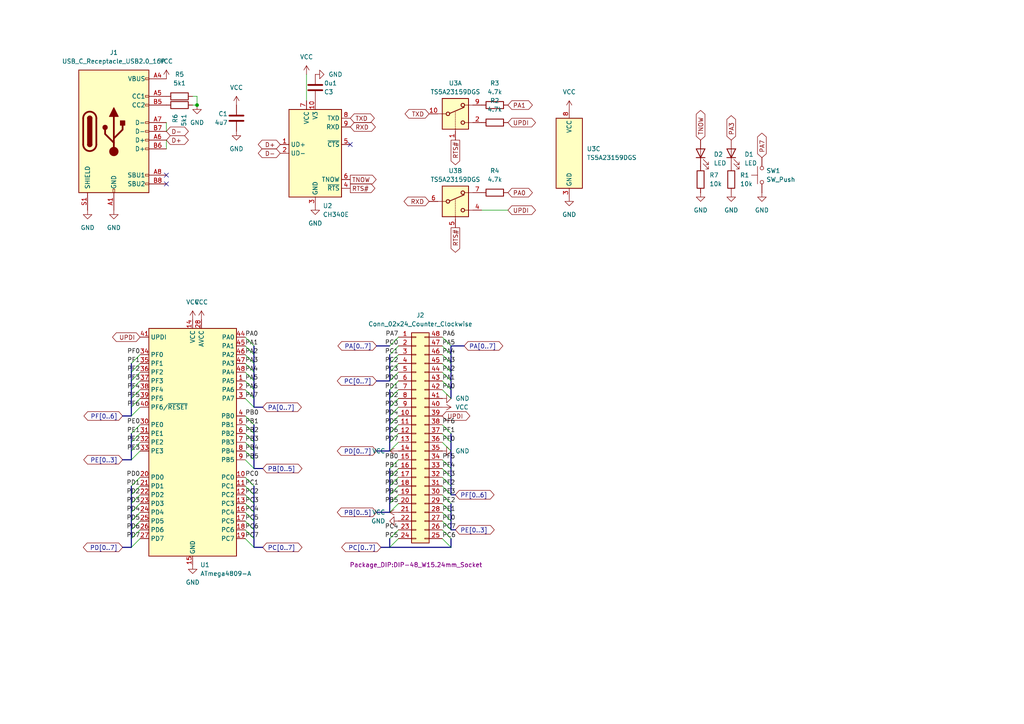
<source format=kicad_sch>
(kicad_sch (version 20231120) (generator "eeschema") (generator_version "8.0")
  (paper "A4")
  (lib_symbols
    (symbol "Analog_Switch:TS5A23159DGS"
      (property "Reference" "U" (at -5.08 8.89 0))
      (property "Value" "TS5A23159DGS" (at -5.08 6.985 0))
      (symbol "TS5A23159DGS_1_1"
        (rectangle (start -3.81 4.445) (end 3.81 -4.445) (stroke (width 0.254)) (fill (type background)))
        (circle (center -2.159 0) (radius 0.508) (stroke (width 0.254)))
        (polyline (pts (xy -5.08 0) (xy -2.794 0)))
        (polyline (pts (xy -1.651 0.127) (xy 2.54 1.905)) (stroke (width 0.254)))
        (polyline (pts (xy 0 -5.08) (xy 0 -4.572)))
        (polyline (pts (xy 0 -4.318) (xy 0 -4.064)))
        (polyline (pts (xy 0 -3.81) (xy 0 -3.556)))
        (polyline (pts (xy 0 -3.302) (xy 0 -3.048)))
        (polyline (pts (xy 0 -2.794) (xy 0 -2.54)))
        (polyline (pts (xy 0 -2.286) (xy 0 -2.032)))
        (polyline (pts (xy 0 -1.778) (xy 0 -1.524)))
        (polyline (pts (xy 0 -1.27) (xy 0 -1.016)))
        (polyline (pts (xy 0 -0.762) (xy 0 -0.508)))
        (polyline (pts (xy 0 -0.254) (xy 0 0)))
        (polyline (pts (xy 0 0.254) (xy 0 0.508)))
        (polyline (pts (xy 5.08 -2.54) (xy 2.794 -2.54)))
        (polyline (pts (xy 5.08 2.54) (xy 2.794 2.54)))
        (circle (center 2.159 -2.54) (radius 0.508) (stroke (width 0.254)))
        (circle (center 2.159 2.54) (radius 0.508) (stroke (width 0.254)))
        (pin input line (at 0 -7.62 90) (length 2.54) (name "~") (number "1"))
        (pin passive line (at -7.62 0 0) (length 2.54) (name "~") (number "10"))
        (pin passive line (at 7.62 -2.54 180) (length 2.54) (name "~") (number "2"))
        (pin passive line (at 7.62 2.54 180) (length 2.54) (name "~") (number "9"))
      )
      (symbol "TS5A23159DGS_2_1"
        (rectangle (start -3.81 4.445) (end 3.81 -4.445) (stroke (width 0.254)) (fill (type background)))
        (circle (center -2.159 0) (radius 0.508) (stroke (width 0.254)))
        (polyline (pts (xy -5.08 0) (xy -2.794 0)))
        (polyline (pts (xy -1.651 0.127) (xy 2.54 1.905)) (stroke (width 0.254)))
        (polyline (pts (xy 0 -5.08) (xy 0 -4.572)))
        (polyline (pts (xy 0 -4.318) (xy 0 -4.064)))
        (polyline (pts (xy 0 -3.81) (xy 0 -3.556)))
        (polyline (pts (xy 0 -3.302) (xy 0 -3.048)))
        (polyline (pts (xy 0 -2.794) (xy 0 -2.54)))
        (polyline (pts (xy 0 -2.286) (xy 0 -2.032)))
        (polyline (pts (xy 0 -1.778) (xy 0 -1.524)))
        (polyline (pts (xy 0 -1.27) (xy 0 -1.016)))
        (polyline (pts (xy 0 -0.762) (xy 0 -0.508)))
        (polyline (pts (xy 0 -0.254) (xy 0 0)))
        (polyline (pts (xy 0 0.254) (xy 0 0.508)))
        (polyline (pts (xy 5.08 -2.54) (xy 2.794 -2.54)))
        (polyline (pts (xy 5.08 2.54) (xy 2.794 2.54)))
        (circle (center 2.159 -2.54) (radius 0.508) (stroke (width 0.254)))
        (circle (center 2.159 2.54) (radius 0.508) (stroke (width 0.254)))
        (pin passive line (at 7.62 -2.54 180) (length 2.54) (name "~") (number "4"))
        (pin input line (at 0 -7.62 90) (length 2.54) (name "~") (number "5"))
        (pin passive line (at -7.62 0 0) (length 2.54) (name "~") (number "6"))
        (pin passive line (at 7.62 2.54 180) (length 2.54) (name "~") (number "7"))
      )
      (symbol "TS5A23159DGS_3_1"
        (rectangle (start -3.81 10.16) (end 3.81 -10.16) (stroke (width 0.254)) (fill (type background)))
        (pin power_in line (at 0 -12.7 90) (length 2.54) (name "GND") (number "3"))
        (pin power_in line (at 0 12.7 270) (length 2.54) (name "VCC") (number "8"))
      )
    )
    (symbol "Connector:USB_C_Receptacle_USB2.0_16P" (pin_names (offset 1.016))
      (property "Reference" "J" (at 0 22.225 0))
      (property "Value" "USB_C_Receptacle_USB2.0_16P" (at 0 19.685 0))
      (symbol "USB_C_Receptacle_USB2.0_16P_0_0"
        (rectangle (start -0.254 -17.78) (end 0.254 -16.764))
        (rectangle (start 10.16 -14.986) (end 9.144 -15.494))
        (rectangle (start 10.16 -12.446) (end 9.144 -12.954))
        (rectangle (start 10.16 -4.826) (end 9.144 -5.334))
        (rectangle (start 10.16 -2.286) (end 9.144 -2.794))
        (rectangle (start 10.16 0.254) (end 9.144 -0.254))
        (rectangle (start 10.16 2.794) (end 9.144 2.286))
        (rectangle (start 10.16 7.874) (end 9.144 7.366))
        (rectangle (start 10.16 10.414) (end 9.144 9.906))
        (rectangle (start 10.16 15.494) (end 9.144 14.986))
      )
      (symbol "USB_C_Receptacle_USB2.0_16P_0_1"
        (rectangle (start -10.16 17.78) (end 10.16 -17.78) (stroke (width 0.254)) (fill (type background)))
        (arc (start -8.89 -3.81) (mid -6.985 -5.7067) (end -5.08 -3.81) (stroke (width 0.508)))
        (arc (start -7.62 -3.81) (mid -6.985 -4.4423) (end -6.35 -3.81) (stroke (width 0.254)))
        (arc (start -7.62 -3.81) (mid -6.985 -4.4423) (end -6.35 -3.81) (stroke (width 0.254)) (fill (type outline)))
        (rectangle (start -7.62 -3.81) (end -6.35 3.81) (stroke (width 0.254)) (fill (type outline)))
        (arc (start -6.35 3.81) (mid -6.985 4.4423) (end -7.62 3.81) (stroke (width 0.254)))
        (arc (start -6.35 3.81) (mid -6.985 4.4423) (end -7.62 3.81) (stroke (width 0.254)) (fill (type outline)))
        (arc (start -5.08 3.81) (mid -6.985 5.7067) (end -8.89 3.81) (stroke (width 0.508)))
        (circle (center -2.54 1.143) (radius 0.635) (stroke (width 0.254)) (fill (type outline)))
        (circle (center 0 -5.842) (radius 1.27) (fill (type outline)))
        (polyline (pts (xy -8.89 -3.81) (xy -8.89 3.81)) (stroke (width 0.508)))
        (polyline (pts (xy -5.08 3.81) (xy -5.08 -3.81)) (stroke (width 0.508)))
        (polyline (pts (xy 0 -5.842) (xy 0 4.318)) (stroke (width 0.508)))
        (polyline (pts (xy 0 -3.302) (xy -2.54 -0.762) (xy -2.54 0.508)) (stroke (width 0.508)))
        (polyline (pts (xy 0 -2.032) (xy 2.54 0.508) (xy 2.54 1.778)) (stroke (width 0.508)))
        (polyline (pts (xy -1.27 4.318) (xy 0 6.858) (xy 1.27 4.318) (xy -1.27 4.318)) (stroke (width 0.254)) (fill (type outline)))
        (rectangle (start 1.905 1.778) (end 3.175 3.048) (stroke (width 0.254)) (fill (type outline)))
      )
      (symbol "USB_C_Receptacle_USB2.0_16P_1_1"
        (pin passive line (at 0 -22.86 90) (length 5.08) (name "GND") (number "A1"))
        (pin passive line (at 0 -22.86 90) (length 5.08) hide (name "GND") (number "A12"))
        (pin passive line (at 15.24 15.24 180) (length 5.08) (name "VBUS") (number "A4"))
        (pin bidirectional line (at 15.24 10.16 180) (length 5.08) (name "CC1") (number "A5"))
        (pin bidirectional line (at 15.24 -2.54 180) (length 5.08) (name "D+") (number "A6"))
        (pin bidirectional line (at 15.24 2.54 180) (length 5.08) (name "D-") (number "A7"))
        (pin bidirectional line (at 15.24 -12.7 180) (length 5.08) (name "SBU1") (number "A8"))
        (pin passive line (at 15.24 15.24 180) (length 5.08) hide (name "VBUS") (number "A9"))
        (pin passive line (at 0 -22.86 90) (length 5.08) hide (name "GND") (number "B1"))
        (pin passive line (at 0 -22.86 90) (length 5.08) hide (name "GND") (number "B12"))
        (pin passive line (at 15.24 15.24 180) (length 5.08) hide (name "VBUS") (number "B4"))
        (pin bidirectional line (at 15.24 7.62 180) (length 5.08) (name "CC2") (number "B5"))
        (pin bidirectional line (at 15.24 -5.08 180) (length 5.08) (name "D+") (number "B6"))
        (pin bidirectional line (at 15.24 0 180) (length 5.08) (name "D-") (number "B7"))
        (pin bidirectional line (at 15.24 -15.24 180) (length 5.08) (name "SBU2") (number "B8"))
        (pin passive line (at 15.24 15.24 180) (length 5.08) hide (name "VBUS") (number "B9"))
        (pin passive line (at -7.62 -22.86 90) (length 5.08) (name "SHIELD") (number "S1"))
      )
    )
    (symbol "Connector_Generic:Conn_02x24_Counter_Clockwise" (pin_names (offset 1.016) hide)
      (property "Reference" "J" (at 1.27 30.48 0))
      (property "Value" "Conn_02x24_Counter_Clockwise" (at 1.27 -33.02 0))
      (symbol "Conn_02x24_Counter_Clockwise_1_1"
        (rectangle (start -1.27 -30.353) (end 0 -30.607) (stroke (width 0.1524)))
        (rectangle (start -1.27 -27.813) (end 0 -28.067) (stroke (width 0.1524)))
        (rectangle (start -1.27 -25.273) (end 0 -25.527) (stroke (width 0.1524)))
        (rectangle (start -1.27 -22.733) (end 0 -22.987) (stroke (width 0.1524)))
        (rectangle (start -1.27 -20.193) (end 0 -20.447) (stroke (width 0.1524)))
        (rectangle (start -1.27 -17.653) (end 0 -17.907) (stroke (width 0.1524)))
        (rectangle (start -1.27 -15.113) (end 0 -15.367) (stroke (width 0.1524)))
        (rectangle (start -1.27 -12.573) (end 0 -12.827) (stroke (width 0.1524)))
        (rectangle (start -1.27 -10.033) (end 0 -10.287) (stroke (width 0.1524)))
        (rectangle (start -1.27 -7.493) (end 0 -7.747) (stroke (width 0.1524)))
        (rectangle (start -1.27 -4.953) (end 0 -5.207) (stroke (width 0.1524)))
        (rectangle (start -1.27 -2.413) (end 0 -2.667) (stroke (width 0.1524)))
        (rectangle (start -1.27 0.127) (end 0 -0.127) (stroke (width 0.1524)))
        (rectangle (start -1.27 2.667) (end 0 2.413) (stroke (width 0.1524)))
        (rectangle (start -1.27 5.207) (end 0 4.953) (stroke (width 0.1524)))
        (rectangle (start -1.27 7.747) (end 0 7.493) (stroke (width 0.1524)))
        (rectangle (start -1.27 10.287) (end 0 10.033) (stroke (width 0.1524)))
        (rectangle (start -1.27 12.827) (end 0 12.573) (stroke (width 0.1524)))
        (rectangle (start -1.27 15.367) (end 0 15.113) (stroke (width 0.1524)))
        (rectangle (start -1.27 17.907) (end 0 17.653) (stroke (width 0.1524)))
        (rectangle (start -1.27 20.447) (end 0 20.193) (stroke (width 0.1524)))
        (rectangle (start -1.27 22.987) (end 0 22.733) (stroke (width 0.1524)))
        (rectangle (start -1.27 25.527) (end 0 25.273) (stroke (width 0.1524)))
        (rectangle (start -1.27 28.067) (end 0 27.813) (stroke (width 0.1524)))
        (rectangle (start -1.27 29.21) (end 3.81 -31.75) (stroke (width 0.254)) (fill (type background)))
        (rectangle (start 3.81 -30.353) (end 2.54 -30.607) (stroke (width 0.1524)))
        (rectangle (start 3.81 -27.813) (end 2.54 -28.067) (stroke (width 0.1524)))
        (rectangle (start 3.81 -25.273) (end 2.54 -25.527) (stroke (width 0.1524)))
        (rectangle (start 3.81 -22.733) (end 2.54 -22.987) (stroke (width 0.1524)))
        (rectangle (start 3.81 -20.193) (end 2.54 -20.447) (stroke (width 0.1524)))
        (rectangle (start 3.81 -17.653) (end 2.54 -17.907) (stroke (width 0.1524)))
        (rectangle (start 3.81 -15.113) (end 2.54 -15.367) (stroke (width 0.1524)))
        (rectangle (start 3.81 -12.573) (end 2.54 -12.827) (stroke (width 0.1524)))
        (rectangle (start 3.81 -10.033) (end 2.54 -10.287) (stroke (width 0.1524)))
        (rectangle (start 3.81 -7.493) (end 2.54 -7.747) (stroke (width 0.1524)))
        (rectangle (start 3.81 -4.953) (end 2.54 -5.207) (stroke (width 0.1524)))
        (rectangle (start 3.81 -2.413) (end 2.54 -2.667) (stroke (width 0.1524)))
        (rectangle (start 3.81 0.127) (end 2.54 -0.127) (stroke (width 0.1524)))
        (rectangle (start 3.81 2.667) (end 2.54 2.413) (stroke (width 0.1524)))
        (rectangle (start 3.81 5.207) (end 2.54 4.953) (stroke (width 0.1524)))
        (rectangle (start 3.81 7.747) (end 2.54 7.493) (stroke (width 0.1524)))
        (rectangle (start 3.81 10.287) (end 2.54 10.033) (stroke (width 0.1524)))
        (rectangle (start 3.81 12.827) (end 2.54 12.573) (stroke (width 0.1524)))
        (rectangle (start 3.81 15.367) (end 2.54 15.113) (stroke (width 0.1524)))
        (rectangle (start 3.81 17.907) (end 2.54 17.653) (stroke (width 0.1524)))
        (rectangle (start 3.81 20.447) (end 2.54 20.193) (stroke (width 0.1524)))
        (rectangle (start 3.81 22.987) (end 2.54 22.733) (stroke (width 0.1524)))
        (rectangle (start 3.81 25.527) (end 2.54 25.273) (stroke (width 0.1524)))
        (rectangle (start 3.81 28.067) (end 2.54 27.813) (stroke (width 0.1524)))
        (pin passive line (at -5.08 27.94 0) (length 3.81) (name "Pin_1") (number "1"))
        (pin passive line (at -5.08 5.08 0) (length 3.81) (name "Pin_10") (number "10"))
        (pin passive line (at -5.08 2.54 0) (length 3.81) (name "Pin_11") (number "11"))
        (pin passive line (at -5.08 0 0) (length 3.81) (name "Pin_12") (number "12"))
        (pin passive line (at -5.08 -2.54 0) (length 3.81) (name "Pin_13") (number "13"))
        (pin passive line (at -5.08 -5.08 0) (length 3.81) (name "Pin_14") (number "14"))
        (pin passive line (at -5.08 -7.62 0) (length 3.81) (name "Pin_15") (number "15"))
        (pin passive line (at -5.08 -10.16 0) (length 3.81) (name "Pin_16") (number "16"))
        (pin passive line (at -5.08 -12.7 0) (length 3.81) (name "Pin_17") (number "17"))
        (pin passive line (at -5.08 -15.24 0) (length 3.81) (name "Pin_18") (number "18"))
        (pin passive line (at -5.08 -17.78 0) (length 3.81) (name "Pin_19") (number "19"))
        (pin passive line (at -5.08 25.4 0) (length 3.81) (name "Pin_2") (number "2"))
        (pin passive line (at -5.08 -20.32 0) (length 3.81) (name "Pin_20") (number "20"))
        (pin passive line (at -5.08 -22.86 0) (length 3.81) (name "Pin_21") (number "21"))
        (pin passive line (at -5.08 -25.4 0) (length 3.81) (name "Pin_22") (number "22"))
        (pin passive line (at -5.08 -27.94 0) (length 3.81) (name "Pin_23") (number "23"))
        (pin passive line (at -5.08 -30.48 0) (length 3.81) (name "Pin_24") (number "24"))
        (pin passive line (at 7.62 -30.48 180) (length 3.81) (name "Pin_25") (number "25"))
        (pin passive line (at 7.62 -27.94 180) (length 3.81) (name "Pin_26") (number "26"))
        (pin passive line (at 7.62 -25.4 180) (length 3.81) (name "Pin_27") (number "27"))
        (pin passive line (at 7.62 -22.86 180) (length 3.81) (name "Pin_28") (number "28"))
        (pin passive line (at 7.62 -20.32 180) (length 3.81) (name "Pin_29") (number "29"))
        (pin passive line (at -5.08 22.86 0) (length 3.81) (name "Pin_3") (number "3"))
        (pin passive line (at 7.62 -17.78 180) (length 3.81) (name "Pin_30") (number "30"))
        (pin passive line (at 7.62 -15.24 180) (length 3.81) (name "Pin_31") (number "31"))
        (pin passive line (at 7.62 -12.7 180) (length 3.81) (name "Pin_32") (number "32"))
        (pin passive line (at 7.62 -10.16 180) (length 3.81) (name "Pin_33") (number "33"))
        (pin passive line (at 7.62 -7.62 180) (length 3.81) (name "Pin_34") (number "34"))
        (pin passive line (at 7.62 -5.08 180) (length 3.81) (name "Pin_35") (number "35"))
        (pin passive line (at 7.62 -2.54 180) (length 3.81) (name "Pin_36") (number "36"))
        (pin passive line (at 7.62 0 180) (length 3.81) (name "Pin_37") (number "37"))
        (pin passive line (at 7.62 2.54 180) (length 3.81) (name "Pin_38") (number "38"))
        (pin passive line (at 7.62 5.08 180) (length 3.81) (name "Pin_39") (number "39"))
        (pin passive line (at -5.08 20.32 0) (length 3.81) (name "Pin_4") (number "4"))
        (pin passive line (at 7.62 7.62 180) (length 3.81) (name "Pin_40") (number "40"))
        (pin passive line (at 7.62 10.16 180) (length 3.81) (name "Pin_41") (number "41"))
        (pin passive line (at 7.62 12.7 180) (length 3.81) (name "Pin_42") (number "42"))
        (pin passive line (at 7.62 15.24 180) (length 3.81) (name "Pin_43") (number "43"))
        (pin passive line (at 7.62 17.78 180) (length 3.81) (name "Pin_44") (number "44"))
        (pin passive line (at 7.62 20.32 180) (length 3.81) (name "Pin_45") (number "45"))
        (pin passive line (at 7.62 22.86 180) (length 3.81) (name "Pin_46") (number "46"))
        (pin passive line (at 7.62 25.4 180) (length 3.81) (name "Pin_47") (number "47"))
        (pin passive line (at 7.62 27.94 180) (length 3.81) (name "Pin_48") (number "48"))
        (pin passive line (at -5.08 17.78 0) (length 3.81) (name "Pin_5") (number "5"))
        (pin passive line (at -5.08 15.24 0) (length 3.81) (name "Pin_6") (number "6"))
        (pin passive line (at -5.08 12.7 0) (length 3.81) (name "Pin_7") (number "7"))
        (pin passive line (at -5.08 10.16 0) (length 3.81) (name "Pin_8") (number "8"))
        (pin passive line (at -5.08 7.62 0) (length 3.81) (name "Pin_9") (number "9"))
      )
    )
    (symbol "Device:C" (pin_numbers hide) (pin_names (offset 0.254))
      (property "Reference" "C" (at 0.635 2.54 0))
      (property "Value" "C" (at 0.635 -2.54 0))
      (symbol "C_0_1"
        (polyline (pts (xy -2.032 -0.762) (xy 2.032 -0.762)) (stroke (width 0.508)))
        (polyline (pts (xy -2.032 0.762) (xy 2.032 0.762)) (stroke (width 0.508)))
      )
      (symbol "C_1_1"
        (pin passive line (at 0 3.81 270) (length 2.794) (name "~") (number "1"))
        (pin passive line (at 0 -3.81 90) (length 2.794) (name "~") (number "2"))
      )
    )
    (symbol "Device:LED" (pin_numbers hide) (pin_names (offset 1.016) hide)
      (property "Reference" "D" (at 0 2.54 0))
      (property "Value" "LED" (at 0 -2.54 0))
      (symbol "LED_0_1"
        (polyline (pts (xy -1.27 -1.27) (xy -1.27 1.27)) (stroke (width 0.254)))
        (polyline (pts (xy -1.27 0) (xy 1.27 0)))
        (polyline (pts (xy 1.27 -1.27) (xy 1.27 1.27) (xy -1.27 0) (xy 1.27 -1.27)) (stroke (width 0.254)))
        (polyline (pts (xy -3.048 -0.762) (xy -4.572 -2.286) (xy -3.81 -2.286) (xy -4.572 -2.286) (xy -4.572 -1.524)))
        (polyline (pts (xy -1.778 -0.762) (xy -3.302 -2.286) (xy -2.54 -2.286) (xy -3.302 -2.286) (xy -3.302 -1.524)))
      )
      (symbol "LED_1_1"
        (pin passive line (at -3.81 0 0) (length 2.54) (name "K") (number "1"))
        (pin passive line (at 3.81 0 180) (length 2.54) (name "A") (number "2"))
      )
    )
    (symbol "Device:R" (pin_numbers hide) (pin_names (offset 0))
      (property "Reference" "R" (at 2.032 0 90))
      (property "Value" "R" (at 0 0 90))
      (symbol "R_0_1"
        (rectangle (start -1.016 -2.54) (end 1.016 2.54) (stroke (width 0.254)))
      )
      (symbol "R_1_1"
        (pin passive line (at 0 3.81 270) (length 1.27) (name "~") (number "1"))
        (pin passive line (at 0 -3.81 90) (length 1.27) (name "~") (number "2"))
      )
    )
    (symbol "GND_1" (power) (pin_numbers hide) (pin_names (offset 0) hide)
      (property "Value" "GND" (at 0 -3.81 0))
      (symbol "GND_1_0_1"
        (polyline (pts (xy 0 0) (xy 0 -1.27) (xy 1.27 -1.27) (xy 0 -2.54) (xy -1.27 -1.27) (xy 0 -1.27)))
      )
      (symbol "GND_1_1_1"
        (pin power_in line (at 0 0 270) (length 0) (name "~") (number "1"))
      )
    )
    (symbol "Interface_USB:CH340E"
      (property "Reference" "U" (at -5.08 13.97 0))
      (property "Value" "CH340E" (at 1.27 13.97 0))
      (symbol "CH340E_0_1"
        (rectangle (start -7.62 12.7) (end 7.62 -12.7) (stroke (width 0.254)) (fill (type background)))
      )
      (symbol "CH340E_1_1"
        (pin bidirectional line (at -10.16 2.54 0) (length 2.54) (name "UD+") (number "1"))
        (pin power_out line (at 0 15.24 270) (length 2.54) (name "V3") (number "10"))
        (pin bidirectional line (at -10.16 0 0) (length 2.54) (name "UD-") (number "2"))
        (pin power_in line (at 0 -15.24 90) (length 2.54) (name "GND") (number "3"))
        (pin output line (at 10.16 -10.16 180) (length 2.54) (name "~{RTS}") (number "4"))
        (pin input line (at 10.16 2.54 180) (length 2.54) (name "~{CTS}") (number "5"))
        (pin output line (at 10.16 -7.62 180) (length 2.54) (name "TNOW") (number "6"))
        (pin power_in line (at -2.54 15.24 270) (length 2.54) (name "VCC") (number "7"))
        (pin output line (at 10.16 10.16 180) (length 2.54) (name "TXD") (number "8"))
        (pin input line (at 10.16 7.62 180) (length 2.54) (name "RXD") (number "9"))
      )
    )
    (symbol "MCU_Microchip_ATmega:ATmega4809-A"
      (property "Reference" "U" (at -12.7 34.29 0))
      (property "Value" "ATmega4809-A" (at 2.54 -34.29 0))
      (symbol "ATmega4809-A_0_1"
        (rectangle (start -12.7 -33.02) (end 12.7 33.02) (stroke (width 0.254)) (fill (type background)))
      )
      (symbol "ATmega4809-A_1_1"
        (pin bidirectional line (at 15.24 17.78 180) (length 2.54) (name "PA5") (number "1"))
        (pin bidirectional line (at 15.24 -10.16 180) (length 2.54) (name "PC0") (number "10"))
        (pin bidirectional line (at 15.24 -12.7 180) (length 2.54) (name "PC1") (number "11"))
        (pin bidirectional line (at 15.24 -15.24 180) (length 2.54) (name "PC2") (number "12"))
        (pin bidirectional line (at 15.24 -17.78 180) (length 2.54) (name "PC3") (number "13"))
        (pin power_in line (at 0 35.56 270) (length 2.54) (name "VCC") (number "14"))
        (pin power_in line (at 0 -35.56 90) (length 2.54) (name "GND") (number "15"))
        (pin bidirectional line (at 15.24 -20.32 180) (length 2.54) (name "PC4") (number "16"))
        (pin bidirectional line (at 15.24 -22.86 180) (length 2.54) (name "PC5") (number "17"))
        (pin bidirectional line (at 15.24 -25.4 180) (length 2.54) (name "PC6") (number "18"))
        (pin bidirectional line (at 15.24 -27.94 180) (length 2.54) (name "PC7") (number "19"))
        (pin bidirectional line (at 15.24 15.24 180) (length 2.54) (name "PA6") (number "2"))
        (pin bidirectional line (at -15.24 -10.16 0) (length 2.54) (name "PD0") (number "20"))
        (pin bidirectional line (at -15.24 -12.7 0) (length 2.54) (name "PD1") (number "21"))
        (pin bidirectional line (at -15.24 -15.24 0) (length 2.54) (name "PD2") (number "22"))
        (pin bidirectional line (at -15.24 -17.78 0) (length 2.54) (name "PD3") (number "23"))
        (pin bidirectional line (at -15.24 -20.32 0) (length 2.54) (name "PD4") (number "24"))
        (pin bidirectional line (at -15.24 -22.86 0) (length 2.54) (name "PD5") (number "25"))
        (pin bidirectional line (at -15.24 -25.4 0) (length 2.54) (name "PD6") (number "26"))
        (pin bidirectional line (at -15.24 -27.94 0) (length 2.54) (name "PD7") (number "27"))
        (pin power_in line (at 2.54 35.56 270) (length 2.54) (name "AVCC") (number "28"))
        (pin passive line (at 0 -35.56 90) (length 2.54) hide (name "GND") (number "29"))
        (pin bidirectional line (at 15.24 12.7 180) (length 2.54) (name "PA7") (number "3"))
        (pin bidirectional line (at -15.24 5.08 0) (length 2.54) (name "PE0") (number "30"))
        (pin bidirectional line (at -15.24 2.54 0) (length 2.54) (name "PE1") (number "31"))
        (pin bidirectional line (at -15.24 0 0) (length 2.54) (name "PE2") (number "32"))
        (pin bidirectional line (at -15.24 -2.54 0) (length 2.54) (name "PE3") (number "33"))
        (pin bidirectional line (at -15.24 25.4 0) (length 2.54) (name "PF0") (number "34"))
        (pin bidirectional line (at -15.24 22.86 0) (length 2.54) (name "PF1") (number "35"))
        (pin bidirectional line (at -15.24 20.32 0) (length 2.54) (name "PF2") (number "36"))
        (pin bidirectional line (at -15.24 17.78 0) (length 2.54) (name "PF3") (number "37"))
        (pin bidirectional line (at -15.24 15.24 0) (length 2.54) (name "PF4") (number "38"))
        (pin bidirectional line (at -15.24 12.7 0) (length 2.54) (name "PF5") (number "39"))
        (pin bidirectional line (at 15.24 7.62 180) (length 2.54) (name "PB0") (number "4"))
        (pin bidirectional line (at -15.24 10.16 0) (length 2.54) (name "PF6/~{RESET}") (number "40"))
        (pin bidirectional line (at -15.24 30.48 0) (length 2.54) (name "UPDI") (number "41"))
        (pin passive line (at 0 35.56 270) (length 2.54) hide (name "VCC") (number "42"))
        (pin passive line (at 0 -35.56 90) (length 2.54) hide (name "GND") (number "43"))
        (pin bidirectional line (at 15.24 30.48 180) (length 2.54) (name "PA0") (number "44"))
        (pin bidirectional line (at 15.24 27.94 180) (length 2.54) (name "PA1") (number "45"))
        (pin bidirectional line (at 15.24 25.4 180) (length 2.54) (name "PA2") (number "46"))
        (pin bidirectional line (at 15.24 22.86 180) (length 2.54) (name "PA3") (number "47"))
        (pin bidirectional line (at 15.24 20.32 180) (length 2.54) (name "PA4") (number "48"))
        (pin bidirectional line (at 15.24 5.08 180) (length 2.54) (name "PB1") (number "5"))
        (pin bidirectional line (at 15.24 2.54 180) (length 2.54) (name "PB2") (number "6"))
        (pin bidirectional line (at 15.24 0 180) (length 2.54) (name "PB3") (number "7"))
        (pin bidirectional line (at 15.24 -2.54 180) (length 2.54) (name "PB4") (number "8"))
        (pin bidirectional line (at 15.24 -5.08 180) (length 2.54) (name "PB5") (number "9"))
      )
    )
    (symbol "Switch:SW_Push" (pin_numbers hide) (pin_names (offset 1.016) hide)
      (property "Reference" "SW" (at 1.27 2.54 0))
      (property "Value" "SW_Push" (at 0 -1.524 0))
      (symbol "SW_Push_0_1"
        (circle (center -2.032 0) (radius 0.508))
        (polyline (pts (xy 0 1.27) (xy 0 3.048)))
        (polyline (pts (xy 2.54 1.27) (xy -2.54 1.27)))
        (circle (center 2.032 0) (radius 0.508))
        (pin passive line (at -5.08 0 0) (length 2.54) (name "1") (number "1"))
        (pin passive line (at 5.08 0 180) (length 2.54) (name "2") (number "2"))
      )
    )
    (symbol "power:GND" (power) (pin_names (offset 0))
      (property "Value" "GND" (at 0 -3.81 0))
      (symbol "GND_0_1"
        (polyline (pts (xy 0 0) (xy 0 -1.27) (xy 1.27 -1.27) (xy 0 -2.54) (xy -1.27 -1.27) (xy 0 -1.27)))
      )
      (symbol "GND_1_1"
        (pin power_in line (at 0 0 270) (length 0) hide (name "GND") (number "1"))
      )
    )
    (symbol "power:VCC" (power) (pin_names (offset 0))
      (property "Value" "VCC" (at 0 3.81 0))
      (symbol "VCC_0_1"
        (polyline (pts (xy -0.762 1.27) (xy 0 2.54)))
        (polyline (pts (xy 0 0) (xy 0 2.54)))
        (polyline (pts (xy 0 2.54) (xy 0.762 1.27)))
      )
      (symbol "VCC_1_1"
        (pin power_in line (at 0 0 90) (length 0) hide (name "VCC") (number "1"))
      )
    )
  )
  (junction (at 57.15 30.48))
  (no_connect (at 48.26 50.8))
  (no_connect (at 101.6 41.91))
  (no_connect (at 48.26 53.34))
  (bus_entry (at 40.64 102.87) (size -2.54 2.54))
  (bus_entry (at 40.64 125.73) (size -2.54 2.54))
  (bus_entry (at 40.64 105.41) (size -2.54 2.54))
  (bus_entry (at 40.64 123.19) (size -2.54 2.54))
  (bus_entry (at 73.66 135.89) (size -2.54 -2.54))
  (bus_entry (at 40.64 118.11) (size -2.54 2.54))
  (bus_entry (at 128.27 135.89) (size 2.54 2.54))
  (bus_entry (at 128.27 100.33) (size 2.54 2.54))
  (bus_entry (at 113.03 125.73) (size 2.54 -2.54))
  (bus_entry (at 71.12 156.21) (size 2.54 2.54))
  (bus_entry (at 71.12 151.13) (size 2.54 2.54))
  (bus_entry (at 128.27 148.59) (size 2.54 2.54))
  (bus_entry (at 40.64 140.97) (size -2.54 2.54))
  (bus_entry (at 128.27 146.05) (size 2.54 2.54))
  (bus_entry (at 113.03 110.49) (size 2.54 -2.54))
  (bus_entry (at 40.64 148.59) (size -2.54 2.54))
  (bus_entry (at 71.12 100.33) (size 2.54 2.54))
  (bus_entry (at 115.57 146.05) (size -2.54 2.54))
  (bus_entry (at 113.03 120.65) (size 2.54 -2.54))
  (bus_entry (at 113.03 115.57) (size 2.54 -2.54))
  (bus_entry (at 115.57 140.97) (size -2.54 2.54))
  (bus_entry (at 40.64 128.27) (size -2.54 2.54))
  (bus_entry (at 40.64 151.13) (size -2.54 2.54))
  (bus_entry (at 73.66 130.81) (size -2.54 -2.54))
  (bus_entry (at 113.03 113.03) (size 2.54 -2.54))
  (bus_entry (at 71.12 138.43) (size 2.54 2.54))
  (bus_entry (at 71.12 105.41) (size 2.54 2.54))
  (bus_entry (at 113.03 128.27) (size 2.54 -2.54))
  (bus_entry (at 113.03 107.95) (size 2.54 -2.54))
  (bus_entry (at 128.27 125.73) (size 2.54 2.54))
  (bus_entry (at 128.27 128.27) (size 2.54 2.54))
  (bus_entry (at 128.27 107.95) (size 2.54 2.54))
  (bus_entry (at 128.27 133.35) (size 2.54 2.54))
  (bus_entry (at 128.27 105.41) (size 2.54 2.54))
  (bus_entry (at 71.12 115.57) (size 2.54 2.54))
  (bus_entry (at 115.57 138.43) (size -2.54 2.54))
  (bus_entry (at 128.27 153.67) (size 2.54 2.54))
  (bus_entry (at 40.64 138.43) (size -2.54 2.54))
  (bus_entry (at 40.64 107.95) (size -2.54 2.54))
  (bus_entry (at 73.66 123.19) (size -2.54 -2.54))
  (bus_entry (at 40.64 115.57) (size -2.54 2.54))
  (bus_entry (at 128.27 151.13) (size 2.54 2.54))
  (bus_entry (at 115.57 135.89) (size -2.54 2.54))
  (bus_entry (at 71.12 97.79) (size 2.54 2.54))
  (bus_entry (at 40.64 153.67) (size -2.54 2.54))
  (bus_entry (at 128.27 102.87) (size 2.54 2.54))
  (bus_entry (at 113.03 105.41) (size 2.54 -2.54))
  (bus_entry (at 128.27 110.49) (size 2.54 2.54))
  (bus_entry (at 73.66 128.27) (size -2.54 -2.54))
  (bus_entry (at 128.27 143.51) (size 2.54 2.54))
  (bus_entry (at 71.12 153.67) (size 2.54 2.54))
  (bus_entry (at 73.66 125.73) (size -2.54 -2.54))
  (bus_entry (at 40.64 143.51) (size -2.54 2.54))
  (bus_entry (at 113.03 123.19) (size 2.54 -2.54))
  (bus_entry (at 115.57 153.67) (size -2.54 2.54))
  (bus_entry (at 40.64 156.21) (size -2.54 2.54))
  (bus_entry (at 113.03 130.81) (size 2.54 -2.54))
  (bus_entry (at 71.12 140.97) (size 2.54 2.54))
  (bus_entry (at 115.57 133.35) (size -2.54 2.54))
  (bus_entry (at 115.57 156.21) (size -2.54 2.54))
  (bus_entry (at 73.66 133.35) (size -2.54 -2.54))
  (bus_entry (at 71.12 110.49) (size 2.54 2.54))
  (bus_entry (at 113.03 102.87) (size 2.54 -2.54))
  (bus_entry (at 40.64 113.03) (size -2.54 2.54))
  (bus_entry (at 71.12 148.59) (size 2.54 2.54))
  (bus_entry (at 115.57 143.51) (size -2.54 2.54))
  (bus_entry (at 40.64 146.05) (size -2.54 2.54))
  (bus_entry (at 71.12 107.95) (size 2.54 2.54))
  (bus_entry (at 128.27 140.97) (size 2.54 2.54))
  (bus_entry (at 128.27 138.43) (size 2.54 2.54))
  (bus_entry (at 128.27 123.19) (size 2.54 2.54))
  (bus_entry (at 113.03 100.33) (size 2.54 -2.54))
  (bus_entry (at 71.12 102.87) (size 2.54 2.54))
  (bus_entry (at 40.64 130.81) (size -2.54 2.54))
  (bus_entry (at 113.03 118.11) (size 2.54 -2.54))
  (bus_entry (at 128.27 113.03) (size 2.54 2.54))
  (bus_entry (at 128.27 156.21) (size 2.54 2.54))
  (bus_entry (at 71.12 146.05) (size 2.54 2.54))
  (bus_entry (at 71.12 113.03) (size 2.54 2.54))
  (bus_entry (at 71.12 143.51) (size 2.54 2.54))
  (bus_entry (at 40.64 110.49) (size -2.54 2.54))
  (bus_entry (at 128.27 97.79) (size 2.54 2.54))
  (bus (pts (xy 38.1 110.49) (xy 38.1 113.03)))
  (bus (pts (xy 73.66 113.03) (xy 73.66 115.57)))
  (bus (pts (xy 76.2 135.89) (xy 73.66 135.89)))
  (bus (pts (xy 130.81 135.89) (xy 130.81 138.43)))
  (bus (pts (xy 38.1 120.65) (xy 38.1 118.11)))
  (bus (pts (xy 38.1 153.67) (xy 38.1 156.21)))
  (bus (pts (xy 38.1 133.35) (xy 38.1 130.81)))
  (bus (pts (xy 113.03 130.81) (xy 109.22 130.81)))
  (bus (pts (xy 38.1 107.95) (xy 38.1 110.49)))
  (bus (pts (xy 130.81 130.81) (xy 130.81 135.89)))
  (wire (pts (xy 48.26 35.56) (xy 48.26 38.1)))
  (bus (pts (xy 130.81 140.97) (xy 130.81 143.51)))
  (bus (pts (xy 130.81 146.05) (xy 130.81 148.59)))
  (bus (pts (xy 109.22 110.49) (xy 113.03 110.49)))
  (bus (pts (xy 130.81 148.59) (xy 130.81 151.13)))
  (bus (pts (xy 130.81 158.75) (xy 113.03 158.75)))
  (bus (pts (xy 38.1 151.13) (xy 38.1 153.67)))
  (bus (pts (xy 130.81 107.95) (xy 130.81 105.41)))
  (bus (pts (xy 113.03 140.97) (xy 113.03 143.51)))
  (bus (pts (xy 73.66 125.73) (xy 73.66 128.27)))
  (bus (pts (xy 38.1 113.03) (xy 38.1 115.57)))
  (bus (pts (xy 113.03 120.65) (xy 113.03 123.19)))
  (bus (pts (xy 130.81 125.73) (xy 130.81 128.27)))
  (bus (pts (xy 130.81 113.03) (xy 130.81 110.49)))
  (bus (pts (xy 130.81 156.21) (xy 130.81 158.75)))
  (bus (pts (xy 113.03 146.05) (xy 113.03 148.59)))
  (bus (pts (xy 73.66 130.81) (xy 73.66 133.35)))
  (bus (pts (xy 76.2 118.11) (xy 73.66 118.11)))
  (bus (pts (xy 73.66 100.33) (xy 73.66 102.87)))
  (bus (pts (xy 113.03 105.41) (xy 113.03 107.95)))
  (bus (pts (xy 38.1 146.05) (xy 38.1 148.59)))
  (bus (pts (xy 73.66 140.97) (xy 73.66 143.51)))
  (bus (pts (xy 76.2 158.75) (xy 73.66 158.75)))
  (wire (pts (xy 55.88 27.94) (xy 57.15 27.94)))
  (bus (pts (xy 113.03 102.87) (xy 113.03 105.41)))
  (bus (pts (xy 73.66 148.59) (xy 73.66 151.13)))
  (bus (pts (xy 73.66 146.05) (xy 73.66 148.59)))
  (bus (pts (xy 130.81 153.67) (xy 132.08 153.67)))
  (bus (pts (xy 38.1 125.73) (xy 38.1 128.27)))
  (bus (pts (xy 113.03 156.21) (xy 113.03 158.75)))
  (bus (pts (xy 130.81 143.51) (xy 132.08 143.51)))
  (bus (pts (xy 38.1 158.75) (xy 38.1 156.21)))
  (bus (pts (xy 73.66 105.41) (xy 73.66 107.95)))
  (bus (pts (xy 113.03 128.27) (xy 113.03 130.81)))
  (bus (pts (xy 113.03 100.33) (xy 109.22 100.33)))
  (bus (pts (xy 38.1 128.27) (xy 38.1 130.81)))
  (wire (pts (xy 88.9 29.21) (xy 88.9 21.59)))
  (bus (pts (xy 113.03 138.43) (xy 113.03 140.97)))
  (bus (pts (xy 73.66 158.75) (xy 73.66 156.21)))
  (bus (pts (xy 38.1 115.57) (xy 38.1 118.11)))
  (bus (pts (xy 130.81 113.03) (xy 130.81 115.57)))
  (bus (pts (xy 130.81 100.33) (xy 130.81 102.87)))
  (bus (pts (xy 73.66 102.87) (xy 73.66 105.41)))
  (bus (pts (xy 38.1 140.97) (xy 38.1 143.51)))
  (bus (pts (xy 38.1 148.59) (xy 38.1 151.13)))
  (bus (pts (xy 73.66 128.27) (xy 73.66 130.81)))
  (wire (pts (xy 48.26 40.64) (xy 48.26 43.18)))
  (bus (pts (xy 35.56 133.35) (xy 38.1 133.35)))
  (bus (pts (xy 113.03 113.03) (xy 113.03 115.57)))
  (bus (pts (xy 35.56 120.65) (xy 38.1 120.65)))
  (bus (pts (xy 113.03 115.57) (xy 113.03 118.11)))
  (bus (pts (xy 130.81 128.27) (xy 130.81 130.81)))
  (bus (pts (xy 73.66 107.95) (xy 73.66 110.49)))
  (bus (pts (xy 73.66 118.11) (xy 73.66 115.57)))
  (wire (pts (xy 57.15 27.94) (xy 57.15 30.48)))
  (bus (pts (xy 134.62 100.33) (xy 130.81 100.33)))
  (bus (pts (xy 113.03 123.19) (xy 113.03 125.73)))
  (bus (pts (xy 73.66 151.13) (xy 73.66 153.67)))
  (bus (pts (xy 113.03 158.75) (xy 110.49 158.75)))
  (wire (pts (xy 57.15 30.48) (xy 55.88 30.48)))
  (bus (pts (xy 130.81 105.41) (xy 130.81 102.87)))
  (bus (pts (xy 73.66 153.67) (xy 73.66 156.21)))
  (bus (pts (xy 113.03 143.51) (xy 113.03 146.05)))
  (wire (pts (xy 147.32 60.96) (xy 139.7 60.96)))
  (bus (pts (xy 113.03 125.73) (xy 113.03 128.27)))
  (bus (pts (xy 38.1 143.51) (xy 38.1 146.05)))
  (bus (pts (xy 113.03 107.95) (xy 113.03 110.49)))
  (bus (pts (xy 73.66 110.49) (xy 73.66 113.03)))
  (bus (pts (xy 130.81 110.49) (xy 130.81 107.95)))
  (bus (pts (xy 130.81 151.13) (xy 130.81 153.67)))
  (bus (pts (xy 113.03 135.89) (xy 113.03 138.43)))
  (bus (pts (xy 73.66 123.19) (xy 73.66 125.73)))
  (bus (pts (xy 130.81 138.43) (xy 130.81 140.97)))
  (bus (pts (xy 35.56 158.75) (xy 38.1 158.75)))
  (bus (pts (xy 113.03 118.11) (xy 113.03 120.65)))
  (bus (pts (xy 38.1 105.41) (xy 38.1 107.95)))
  (bus (pts (xy 73.66 135.89) (xy 73.66 133.35)))
  (bus (pts (xy 113.03 148.59) (xy 109.22 148.59)))
  (bus (pts (xy 73.66 143.51) (xy 73.66 146.05)))
  (label "PD6" (at 115.57 125.73 180))
  (label "PA1" (at 128.27 110.49 0))
  (label "PF2" (at 128.27 140.97 0))
  (label "PF2" (at 40.64 107.95 180))
  (label "PA0" (at 128.27 113.03 0))
  (label "PB3" (at 71.12 128.27 0))
  (label "PA2" (at 71.12 102.87 0))
  (label "PF1" (at 128.27 125.73 0))
  (label "PA6" (at 128.27 97.79 0))
  (label "PB1" (at 115.57 135.89 180))
  (label "PF1" (at 40.64 105.41 180))
  (label "PE2" (at 128.27 146.05 0))
  (label "PC6" (at 128.27 156.21 0))
  (label "PC0" (at 115.57 100.33 180))
  (label "PF5" (at 128.27 133.35 0))
  (label "PF6" (at 40.64 118.11 180))
  (label "PC1" (at 115.57 102.87 180))
  (label "PA4" (at 128.27 102.87 0))
  (label "PE1" (at 40.64 125.73 180))
  (label "PB5" (at 71.12 133.35 0))
  (label "PD6" (at 40.64 153.67 180))
  (label "PC6" (at 71.12 153.67 0))
  (label "PC4" (at 71.12 148.59 0))
  (label "PD3" (at 115.57 118.11 180))
  (label "PA0" (at 71.12 97.79 0))
  (label "PC7" (at 128.27 153.67 0))
  (label "PC0" (at 71.12 138.43 0))
  (label "PA7" (at 71.12 115.57 0))
  (label "PE0" (at 40.64 123.19 180))
  (label "PA2" (at 128.27 107.95 0))
  (label "PE2" (at 40.64 128.27 180))
  (label "PC3" (at 115.57 107.95 180))
  (label "PB4" (at 115.57 143.51 180))
  (label "PD0" (at 115.57 110.49 180))
  (label "PD7" (at 40.64 156.21 180))
  (label "PB2" (at 115.57 138.43 180))
  (label "PC7" (at 71.12 156.21 0))
  (label "PD4" (at 115.57 120.65 180))
  (label "PD1" (at 115.57 113.03 180))
  (label "PE3" (at 128.27 143.51 0))
  (label "PE0" (at 128.27 151.13 0))
  (label "PB0" (at 71.12 120.65 0))
  (label "PD7" (at 115.57 128.27 180))
  (label "PB3" (at 115.57 140.97 180))
  (label "PF3" (at 40.64 110.49 180))
  (label "PD5" (at 115.57 123.19 180))
  (label "PC4" (at 115.57 153.67 180))
  (label "PD2" (at 40.64 143.51 180))
  (label "PD1" (at 40.64 140.97 180))
  (label "PF4" (at 128.27 135.89 0))
  (label "PC3" (at 71.12 146.05 0))
  (label "PD0" (at 40.64 138.43 180))
  (label "PC2" (at 71.12 143.51 0))
  (label "PB5" (at 115.57 146.05 180))
  (label "PC1" (at 71.12 140.97 0))
  (label "PA1" (at 71.12 100.33 0))
  (label "PA4" (at 71.12 107.95 0))
  (label "PB0" (at 115.57 133.35 180))
  (label "PF3" (at 128.27 138.43 0))
  (label "PE3" (at 40.64 130.81 180))
  (label "PC2" (at 115.57 105.41 180))
  (label "PD2" (at 115.57 115.57 180))
  (label "PC5" (at 115.57 156.21 180))
  (label "PA5" (at 71.12 110.49 0))
  (label "PD5" (at 40.64 151.13 180))
  (label "PB4" (at 71.12 130.81 0))
  (label "PC5" (at 71.12 151.13 0))
  (label "PF0" (at 128.27 128.27 0))
  (label "PA5" (at 128.27 100.33 0))
  (label "PA3" (at 71.12 105.41 0))
  (label "PA7" (at 115.57 97.79 180))
  (label "PA6" (at 71.12 113.03 0))
  (label "PD3" (at 40.64 146.05 180))
  (label "PF0" (at 40.64 102.87 180))
  (label "PF4" (at 40.64 113.03 180))
  (label "PB2" (at 71.12 125.73 0))
  (label "PD4" (at 40.64 148.59 180))
  (label "PA3" (at 128.27 105.41 0))
  (label "PE1" (at 128.27 148.59 0))
  (label "PB1" (at 71.12 123.19 0))
  (label "PF5" (at 40.64 115.57 180))
  (label "PF6" (at 128.27 123.19 0))
  (global_label "RTS#" (shape output) (at 132.08 66.04 270) (property "Intersheetrefs" "${INTERSHEET_REFS}" (effects (hide yes))))
  (global_label "PE[0..3]" (shape bidirectional) (at 132.08 153.67 0) (property "Intersheetrefs" "${INTERSHEET_REFS}" (effects (hide yes))))
  (global_label "TXD" (shape bidirectional) (at 124.46 33.02 180) (property "Intersheetrefs" "${INTERSHEET_REFS}" (effects (hide yes))))
  (global_label "PB[0..5]" (shape bidirectional) (at 76.2 135.89 0) (property "Intersheetrefs" "${INTERSHEET_REFS}" (effects (hide yes))))
  (global_label "PA[0..7]" (shape bidirectional) (at 134.62 100.33 0) (property "Intersheetrefs" "${INTERSHEET_REFS}" (effects (hide yes))))
  (global_label "RXD" (shape bidirectional) (at 124.46 58.42 180) (property "Intersheetrefs" "${INTERSHEET_REFS}" (effects (hide yes))))
  (global_label "RTS#" (shape output) (at 101.6 54.61 0) (property "Intersheetrefs" "${INTERSHEET_REFS}" (effects (hide yes))))
  (global_label "D+" (shape bidirectional) (at 48.26 40.64 0) (property "Intersheetrefs" "${INTERSHEET_REFS}" (effects (hide yes))))
  (global_label "D-" (shape bidirectional) (at 48.26 38.1 0) (property "Intersheetrefs" "${INTERSHEET_REFS}" (effects (hide yes))))
  (global_label "PD[0..7]" (shape bidirectional) (at 35.56 158.75 180) (property "Intersheetrefs" "${INTERSHEET_REFS}" (effects (hide yes))))
  (global_label "PB[0..5]" (shape bidirectional) (at 109.22 148.59 180) (property "Intersheetrefs" "${INTERSHEET_REFS}" (effects (hide yes))))
  (global_label "PA[0..7]" (shape bidirectional) (at 76.2 118.11 0) (property "Intersheetrefs" "${INTERSHEET_REFS}" (effects (hide yes))))
  (global_label "UPDI" (shape bidirectional) (at 40.64 97.79 180) (property "Intersheetrefs" "${INTERSHEET_REFS}" (effects (hide yes))))
  (global_label "PA7" (shape bidirectional) (at 220.98 45.72 90) (property "Intersheetrefs" "${INTERSHEET_REFS}" (effects (hide yes))))
  (global_label "PC[0..7]" (shape bidirectional) (at 109.22 110.49 180) (property "Intersheetrefs" "${INTERSHEET_REFS}" (effects (hide yes))))
  (global_label "PA0" (shape bidirectional) (at 147.32 55.88 0) (property "Intersheetrefs" "${INTERSHEET_REFS}" (effects (hide yes))))
  (global_label "PA[0..7]" (shape bidirectional) (at 109.22 100.33 180) (property "Intersheetrefs" "${INTERSHEET_REFS}" (effects (hide yes))))
  (global_label "UPDI" (shape bidirectional) (at 128.27 120.65 0) (property "Intersheetrefs" "${INTERSHEET_REFS}" (effects (hide yes))))
  (global_label "UPDI" (shape bidirectional) (at 147.32 35.56 0) (property "Intersheetrefs" "${INTERSHEET_REFS}" (effects (hide yes))))
  (global_label "PF[0..6]" (shape bidirectional) (at 35.56 120.65 180) (property "Intersheetrefs" "${INTERSHEET_REFS}" (effects (hide yes))))
  (global_label "UPDI" (shape bidirectional) (at 147.32 60.96 0) (property "Intersheetrefs" "${INTERSHEET_REFS}" (effects (hide yes))))
  (global_label "D-" (shape bidirectional) (at 81.28 44.45 180) (property "Intersheetrefs" "${INTERSHEET_REFS}" (effects (hide yes))))
  (global_label "PA3" (shape bidirectional) (at 212.09 40.64 90) (property "Intersheetrefs" "${INTERSHEET_REFS}" (effects (hide yes))))
  (global_label "PA1" (shape bidirectional) (at 147.32 30.48 0) (property "Intersheetrefs" "${INTERSHEET_REFS}" (effects (hide yes))))
  (global_label "PD[0..7]" (shape bidirectional) (at 109.22 130.81 180) (property "Intersheetrefs" "${INTERSHEET_REFS}" (effects (hide yes))))
  (global_label "PC[0..7]" (shape bidirectional) (at 110.49 158.75 180) (property "Intersheetrefs" "${INTERSHEET_REFS}" (effects (hide yes))))
  (global_label "RTS#" (shape output) (at 132.08 40.64 270) (property "Intersheetrefs" "${INTERSHEET_REFS}" (effects (hide yes))))
  (global_label "TNOW" (shape output) (at 101.6 52.07 0) (property "Intersheetrefs" "${INTERSHEET_REFS}" (effects (hide yes))))
  (global_label "PC[0..7]" (shape bidirectional) (at 76.2 158.75 0) (property "Intersheetrefs" "${INTERSHEET_REFS}" (effects (hide yes))))
  (global_label "D+" (shape bidirectional) (at 81.28 41.91 180) (property "Intersheetrefs" "${INTERSHEET_REFS}" (effects (hide yes))))
  (global_label "TXD" (shape bidirectional) (at 101.6 34.29 0) (property "Intersheetrefs" "${INTERSHEET_REFS}" (effects (hide yes))))
  (global_label "TNOW" (shape bidirectional) (at 203.2 40.64 90) (property "Intersheetrefs" "${INTERSHEET_REFS}" (effects (hide yes))))
  (global_label "PF[0..6]" (shape bidirectional) (at 132.08 143.51 0) (property "Intersheetrefs" "${INTERSHEET_REFS}" (effects (hide yes))))
  (global_label "PE[0..3]" (shape bidirectional) (at 35.56 133.35 180) (property "Intersheetrefs" "${INTERSHEET_REFS}" (effects (hide yes))))
  (global_label "RXD" (shape bidirectional) (at 101.6 36.83 0) (property "Intersheetrefs" "${INTERSHEET_REFS}" (effects (hide yes))))
  (symbol (lib_id "Device:C") (at 68.58 34.29 0) (unit 1)
    (property "Reference" "C1" (at 66.04 33.02 0) (effects (justify right)))
    (property "Value" "4u7" (at 66.04 35.56 0) (effects (justify right)))
    (property "Footprint" "Capacitor_SMD:C_0603_1608Metric" (effects (hide yes)))
  )
  (symbol (lib_id "MCU_Microchip_ATmega:ATmega4809-A") (at 55.88 128.27 0) (unit 1)
    (property "Reference" "U1" (at 58.0741 163.83 0) (effects (justify left)))
    (property "Value" "ATmega4809-A" (at 58.0741 166.37 0) (effects (justify left)))
    (property "Footprint" "Package_QFP:TQFP-48_7x7mm_P0.5mm" (effects (hide yes)))
    (property "Datasheet" "http://ww1.microchip.com/downloads/en/DeviceDoc/40002016A.pdf" (effects (hide yes)))
    (property "Description" "20MHz, 48kB Flash, 6kB SRAM, 256B EEPROM, TQFP-48" (effects (hide yes)))
  )
  (symbol (lib_id "power:GND") (at 25.4 60.96 0) (unit 1)
    (property "Reference" "#PWR020" (effects (hide yes)))
    (property "Value" "GND" (at 25.4 66.04 0))
  )
  (symbol (lib_id "power:VCC") (at 58.42 92.71 0) (unit 1)
    (property "Reference" "#PWR011" (effects (hide yes)))
    (property "Value" "VCC" (at 58.42 87.63 0))
  )
  (symbol (lib_name "GND_1") (lib_id "power:GND") (at 203.2 55.88 0) (unit 1)
    (property "Reference" "#PWR023" (effects (hide yes)))
    (property "Value" "GND" (at 203.2 60.96 0))
    (property "Description" "Power symbol creates a global label with name \"GND\" , ground" (effects (hide yes)))
  )
  (symbol (lib_id "power:GND") (at 165.1 57.15 0) (unit 1)
    (property "Reference" "#PWR015" (effects (hide yes)))
    (property "Value" "GND" (at 165.1 62.23 0))
  )
  (symbol (lib_id "Device:R") (at 143.51 35.56 90) (unit 1)
    (property "Reference" "R2" (at 143.51 29.21 90))
    (property "Value" "4.7k" (at 143.51 31.75 90))
    (property "Footprint" "Resistor_SMD:R_0603_1608Metric" (effects (hide yes)))
    (property "Description" "Resistor" (effects (hide yes)))
  )
  (symbol (lib_id "Device:R") (at 143.51 30.48 90) (unit 1)
    (property "Reference" "R3" (at 143.51 24.13 90))
    (property "Value" "4.7k" (at 143.51 26.67 90))
    (property "Footprint" "Resistor_SMD:R_0603_1608Metric" (effects (hide yes)))
    (property "Description" "Resistor" (effects (hide yes)))
  )
  (symbol (lib_id "Connector:USB_C_Receptacle_USB2.0_16P") (at 33.02 38.1 0) (unit 1)
    (property "Reference" "J1" (at 33.02 15.24 0))
    (property "Value" "USB_C_Receptacle_USB2.0_16P" (at 33.02 17.78 0))
    (property "Footprint" "Connector_USB:USB_C_Receptacle_GCT_USB4105-xx-A_16P_TopMnt_Horizontal" (effects (hide yes)))
    (property "Datasheet" "https://www.usb.org/sites/default/files/documents/usb_type-c.zip" (effects (hide yes)))
    (property "Description" "USB 2.0-only 16P Type-C Receptacle connector" (effects (hide yes)))
  )
  (symbol (lib_name "GND_1") (lib_id "power:GND") (at 128.27 115.57 90) (unit 1)
    (property "Reference" "#PWR016" (effects (hide yes)))
    (property "Value" "GND" (at 132.08 115.5699 90) (effects (justify right)))
    (property "Description" "Power symbol creates a global label with name \"GND\" , ground" (effects (hide yes)))
  )
  (symbol (lib_id "Analog_Switch:TS5A23159DGS") (at 165.1 44.45 0) (unit 3)
    (property "Reference" "U3" (at 170.18 43.1799 0) (effects (justify left)))
    (property "Value" "TS5A23159DGS" (at 170.18 45.7199 0) (effects (justify left)))
    (property "Footprint" "Package_SO:VSSOP-10_3x3mm_P0.5mm" (effects (hide yes)))
    (property "Datasheet" "http://www.ti.com/lit/ds/symlink/ts5a23159.pdf" (effects (hide yes)))
    (property "Description" "Dual SPDT 1ohm Bidirectional Analog Switch with Off protection, VSSOP-10" (effects (hide yes)))
  )
  (symbol (lib_id "Device:R") (at 212.09 52.07 0) (unit 1)
    (property "Reference" "R1" (at 214.63 50.8 0) (effects (justify left)))
    (property "Value" "10k" (at 214.63 53.34 0) (effects (justify left)))
    (property "Footprint" "Resistor_SMD:R_0603_1608Metric" (effects (hide yes)))
  )
  (symbol (lib_id "power:VCC") (at 88.9 21.59 0) (unit 1)
    (property "Reference" "#PWR09" (effects (hide yes)))
    (property "Value" "VCC" (at 88.9 16.51 0))
  )
  (symbol (lib_id "power:VCC") (at 48.26 22.86 0) (unit 1)
    (property "Reference" "#PWR05" (effects (hide yes)))
    (property "Value" "VCC" (at 48.26 17.78 0))
  )
  (symbol (lib_name "GND_1") (lib_id "power:GND") (at 212.09 55.88 0) (unit 1)
    (property "Reference" "#PWR018" (effects (hide yes)))
    (property "Value" "GND" (at 212.09 60.96 0))
    (property "Description" "Power symbol creates a global label with name \"GND\" , ground" (effects (hide yes)))
  )
  (symbol (lib_id "Device:LED") (at 212.09 44.45 90) (unit 1)
    (property "Reference" "D1" (at 215.9 44.7675 90) (effects (justify right)))
    (property "Value" "LED" (at 215.9 47.3075 90) (effects (justify right)))
    (property "Footprint" "LED_SMD:LED_0603_1608Metric" (effects (hide yes)))
  )
  (symbol (lib_id "Device:R") (at 143.51 55.88 90) (unit 1)
    (property "Reference" "R4" (at 143.51 49.53 90))
    (property "Value" "4.7k" (at 143.51 52.07 90))
    (property "Footprint" "Resistor_SMD:R_0603_1608Metric" (effects (hide yes)))
    (property "Description" "Resistor" (effects (hide yes)))
  )
  (symbol (lib_id "power:VCC") (at 115.57 148.59 90) (unit 1)
    (property "Reference" "#PWR022" (effects (hide yes)))
    (property "Value" "VCC" (at 111.76 148.5899 90) (effects (justify left)))
  )
  (symbol (lib_name "GND_1") (lib_id "power:GND") (at 220.98 55.88 0) (unit 1)
    (property "Reference" "#PWR019" (effects (hide yes)))
    (property "Value" "GND" (at 220.98 60.96 0))
    (property "Description" "Power symbol creates a global label with name \"GND\" , ground" (effects (hide yes)))
  )
  (symbol (lib_id "power:VCC") (at 68.58 30.48 0) (unit 1)
    (property "Reference" "#PWR03" (effects (hide yes)))
    (property "Value" "VCC" (at 68.58 25.4 0))
  )
  (symbol (lib_id "power:GND") (at 57.15 30.48 0) (unit 1)
    (property "Reference" "#PWR07" (effects (hide yes)))
    (property "Value" "GND" (at 57.15 35.56 0))
  )
  (symbol (lib_id "power:VCC") (at 128.27 118.11 270) (unit 1)
    (property "Reference" "#PWR04" (effects (hide yes)))
    (property "Value" "VCC" (at 132.08 118.1099 90) (effects (justify left)))
  )
  (symbol (lib_id "Connector_Generic:Conn_02x24_Counter_Clockwise") (at 120.65 125.73 0) (unit 1)
    (property "Reference" "J2" (at 121.92 91.44 0))
    (property "Value" "Conn_02x24_Counter_Clockwise" (at 121.92 93.98 0))
    (property "Footprint" "Package_DIP:DIP-48_W15.24mm_Socket" (at 120.65 163.83 0))
    (property "Description" "Generic connector, double row, 02x24, counter clockwise pin numbering scheme (similar to DIP package numbering), script generated (kicad-library-utils/schlib/autogen/connector/)" (effects (hide yes)))
  )
  (symbol (lib_id "power:GND") (at 68.58 38.1 0) (unit 1)
    (property "Reference" "#PWR01" (effects (hide yes)))
    (property "Value" "GND" (at 68.58 43.18 0))
  )
  (symbol (lib_id "Device:C") (at 91.44 25.4 180) (unit 1)
    (property "Reference" "C3" (at 93.98 26.67 0) (effects (justify right)))
    (property "Value" "0u1" (at 93.98 24.13 0) (effects (justify right)))
    (property "Footprint" "Capacitor_SMD:C_0603_1608Metric" (effects (hide yes)))
  )
  (symbol (lib_id "power:GND") (at 91.44 59.69 0) (unit 1)
    (property "Reference" "#PWR010" (effects (hide yes)))
    (property "Value" "GND" (at 91.44 64.77 0))
  )
  (symbol (lib_id "Interface_USB:CH340E") (at 91.44 44.45 0) (unit 1)
    (property "Reference" "U2" (at 93.6341 59.69 0) (effects (justify left)))
    (property "Value" "CH340E" (at 93.6341 62.23 0) (effects (justify left)))
    (property "Footprint" "Package_SO:MSOP-10_3x3mm_P0.5mm" (effects (hide yes)))
    (property "Datasheet" "https://www.mpja.com/download/35227cpdata.pdf" (effects (hide yes)))
    (property "Description" "USB serial converter, UART, MSOP-10" (effects (hide yes)))
  )
  (symbol (lib_id "power:VCC") (at 165.1 31.75 0) (unit 1)
    (property "Reference" "#PWR014" (effects (hide yes)))
    (property "Value" "VCC" (at 165.1 26.67 0))
  )
  (symbol (lib_id "Device:R") (at 52.07 30.48 90) (unit 1)
    (property "Reference" "R6" (at 50.8 33.02 0) (effects (justify right)))
    (property "Value" "5k1" (at 53.34 33.02 0) (effects (justify right)))
    (property "Footprint" "Resistor_SMD:R_0603_1608Metric" (effects (hide yes)))
  )
  (symbol (lib_name "GND_1") (lib_id "power:GND") (at 115.57 151.13 270) (unit 1)
    (property "Reference" "#PWR021" (effects (hide yes)))
    (property "Value" "GND" (at 111.76 151.1299 90) (effects (justify right)))
    (property "Description" "Power symbol creates a global label with name \"GND\" , ground" (effects (hide yes)))
  )
  (symbol (lib_id "Switch:SW_Push") (at 220.98 50.8 90) (unit 1)
    (property "Reference" "SW1" (at 222.25 49.53 90) (effects (justify right)))
    (property "Value" "SW_Push" (at 222.25 52.07 90) (effects (justify right)))
    (property "Footprint" "Library:alps-skrp" (effects (hide yes)))
  )
  (symbol (lib_id "power:GND") (at 55.88 163.83 0) (unit 1)
    (property "Reference" "#PWR012" (effects (hide yes)))
    (property "Value" "GND" (at 55.88 168.91 0))
  )
  (symbol (lib_id "power:GND") (at 91.44 21.59 90) (unit 1)
    (property "Reference" "#PWR08" (effects (hide yes)))
    (property "Value" "GND" (at 95.25 21.5899 90) (effects (justify right)))
  )
  (symbol (lib_id "power:VCC") (at 115.57 130.81 90) (unit 1)
    (property "Reference" "#PWR02" (effects (hide yes)))
    (property "Value" "VCC" (at 111.76 130.8099 90) (effects (justify left)))
  )
  (symbol (lib_id "Device:LED") (at 203.2 44.45 90) (unit 1)
    (property "Reference" "D2" (at 207.01 44.7675 90) (effects (justify right)))
    (property "Value" "LED" (at 207.01 47.3075 90) (effects (justify right)))
    (property "Footprint" "LED_SMD:LED_0603_1608Metric" (effects (hide yes)))
  )
  (symbol (lib_id "Device:R") (at 52.07 27.94 270) (unit 1)
    (property "Reference" "R5" (at 52.07 21.59 90))
    (property "Value" "5k1" (at 52.07 24.13 90))
    (property "Footprint" "Resistor_SMD:R_0603_1608Metric" (effects (hide yes)))
  )
  (symbol (lib_name "GND_1") (lib_id "power:GND") (at 128.27 130.81 90) (unit 1)
    (property "Reference" "#PWR017" (effects (hide yes)))
    (property "Value" "GND" (at 132.08 130.8099 90) (effects (justify right)))
    (property "Description" "Power symbol creates a global label with name \"GND\" , ground" (effects (hide yes)))
  )
  (symbol (lib_id "power:GND") (at 33.02 60.96 0) (unit 1)
    (property "Reference" "#PWR06" (effects (hide yes)))
    (property "Value" "GND" (at 33.02 66.04 0))
  )
  (symbol (lib_id "power:VCC") (at 55.88 92.71 0) (unit 1)
    (property "Reference" "#PWR013" (effects (hide yes)))
    (property "Value" "VCC" (at 55.88 87.63 0))
  )
  (symbol (lib_id "Device:R") (at 203.2 52.07 0) (unit 1)
    (property "Reference" "R7" (at 205.74 50.8 0) (effects (justify left)))
    (property "Value" "10k" (at 205.74 53.34 0) (effects (justify left)))
    (property "Footprint" "Resistor_SMD:R_0603_1608Metric" (effects (hide yes)))
  )
  (symbol (lib_id "Analog_Switch:TS5A23159DGS") (at 132.08 58.42 0) (unit 2)
    (property "Reference" "U3" (at 132.08 49.53 0))
    (property "Value" "TS5A23159DGS" (at 132.08 52.07 0))
    (property "Footprint" "Package_SO:VSSOP-10_3x3mm_P0.5mm" (effects (hide yes)))
    (property "Datasheet" "http://www.ti.com/lit/ds/symlink/ts5a23159.pdf" (effects (hide yes)))
    (property "Description" "Dual SPDT 1ohm Bidirectional Analog Switch with Off protection, VSSOP-10" (effects (hide yes)))
  )
  (symbol (lib_id "Analog_Switch:TS5A23159DGS") (at 132.08 33.02 0) (unit 1)
    (property "Reference" "U3" (at 132.08 24.13 0))
    (property "Value" "TS5A23159DGS" (at 132.08 26.67 0))
    (property "Footprint" "Package_SO:VSSOP-10_3x3mm_P0.5mm" (effects (hide yes)))
    (property "Datasheet" "http://www.ti.com/lit/ds/symlink/ts5a23159.pdf" (effects (hide yes)))
    (property "Description" "Dual SPDT 1ohm Bidirectional Analog Switch with Off protection, VSSOP-10" (effects (hide yes)))
  )
)
</source>
